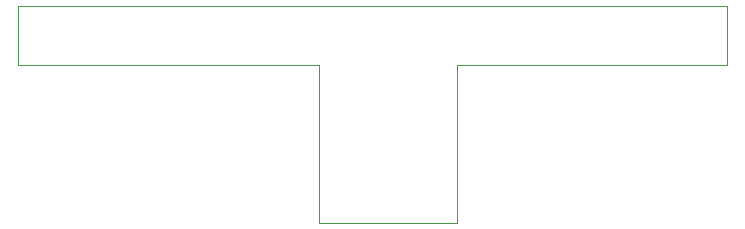
<source format=gbr>
%TF.GenerationSoftware,KiCad,Pcbnew,(5.1.9-0-10_14)*%
%TF.CreationDate,2021-02-22T22:45:40+08:00*%
%TF.ProjectId,sky_girlsday,736b795f-6769-4726-9c73-6461792e6b69,rev?*%
%TF.SameCoordinates,Original*%
%TF.FileFunction,Profile,NP*%
%FSLAX46Y46*%
G04 Gerber Fmt 4.6, Leading zero omitted, Abs format (unit mm)*
G04 Created by KiCad (PCBNEW (5.1.9-0-10_14)) date 2021-02-22 22:45:40*
%MOMM*%
%LPD*%
G01*
G04 APERTURE LIST*
%TA.AperFunction,Profile*%
%ADD10C,0.100000*%
%TD*%
G04 APERTURE END LIST*
D10*
X140000000Y-136000000D02*
X140000000Y-141000000D01*
X80000000Y-136000000D02*
X140000000Y-136000000D01*
X80000000Y-141000000D02*
X80000000Y-136000000D01*
X105450000Y-141000000D02*
X80000000Y-141000000D01*
X105450000Y-154400000D02*
X105450000Y-141000000D01*
X117150000Y-154400000D02*
X105450000Y-154400000D01*
X117150000Y-141000000D02*
X117150000Y-154400000D01*
X140000000Y-141000000D02*
X117150000Y-141000000D01*
M02*

</source>
